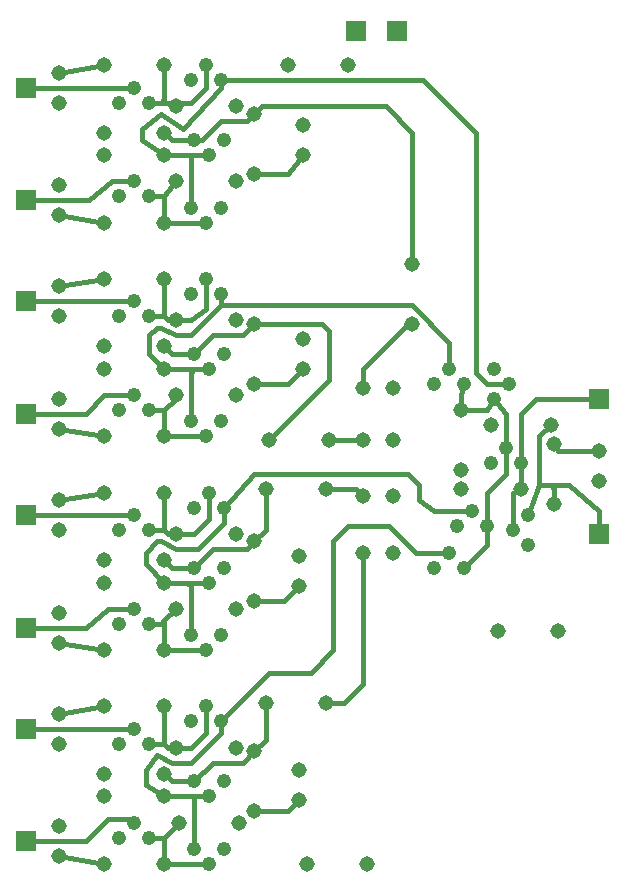
<source format=gbl>
G75*
G70*
%OFA0B0*%
%FSLAX24Y24*%
%IPPOS*%
%LPD*%
%AMOC8*
5,1,8,0,0,1.08239X$1,22.5*
%
%ADD10C,0.0476*%
%ADD11C,0.0515*%
%ADD12R,0.0709X0.0709*%
%ADD13C,0.0160*%
D10*
X004725Y005285D03*
X005225Y005785D03*
X005725Y005285D03*
X007225Y004910D03*
X007725Y004410D03*
X008225Y004910D03*
X007725Y006660D03*
X007225Y007160D03*
X008225Y007160D03*
X008100Y009160D03*
X007600Y009660D03*
X007100Y009160D03*
X005725Y008410D03*
X005225Y008910D03*
X004725Y008410D03*
X007100Y012035D03*
X007600Y011535D03*
X008100Y012035D03*
X007725Y013785D03*
X007225Y014285D03*
X008225Y014285D03*
X008225Y016285D03*
X007725Y016785D03*
X007225Y016285D03*
X005725Y015535D03*
X005225Y016035D03*
X004725Y015535D03*
X005225Y012910D03*
X004725Y012410D03*
X005725Y012410D03*
X007600Y018660D03*
X007100Y019160D03*
X007725Y020910D03*
X007225Y021410D03*
X008225Y021410D03*
X008100Y023410D03*
X007600Y023910D03*
X007100Y023410D03*
X005725Y022660D03*
X005225Y023160D03*
X004725Y022660D03*
X005225Y020035D03*
X004725Y019535D03*
X005725Y019535D03*
X008100Y019160D03*
X007600Y025785D03*
X007100Y026285D03*
X008100Y026285D03*
X007725Y028035D03*
X007225Y028535D03*
X008225Y028535D03*
X008100Y030535D03*
X007600Y031035D03*
X007100Y030535D03*
X005725Y029785D03*
X005225Y030285D03*
X004725Y029785D03*
X005225Y027160D03*
X004725Y026660D03*
X005725Y026660D03*
X015225Y020410D03*
X015725Y020910D03*
X016225Y020410D03*
X017225Y019910D03*
X017225Y020910D03*
X017725Y020410D03*
X017600Y018285D03*
X017100Y017785D03*
X018100Y017785D03*
X018350Y016035D03*
X017850Y015535D03*
X018350Y015035D03*
X016975Y015660D03*
X016475Y016160D03*
X015975Y015660D03*
X015725Y014785D03*
X015225Y014285D03*
X016225Y014285D03*
D11*
X002725Y004660D03*
X002725Y005660D03*
X004225Y006660D03*
X004225Y007410D03*
X002725Y008410D03*
X002725Y009410D03*
X004225Y009660D03*
X004225Y011535D03*
X004225Y013785D03*
X004225Y014535D03*
X004225Y016785D03*
X004225Y018660D03*
X004225Y020910D03*
X004225Y021660D03*
X004225Y023910D03*
X004225Y025785D03*
X002725Y026035D03*
X002725Y027035D03*
X004225Y028035D03*
X004225Y028785D03*
X004225Y031035D03*
X002725Y030785D03*
X002725Y029785D03*
X006225Y028785D03*
X006225Y028035D03*
X006600Y027160D03*
X006225Y025785D03*
X006225Y023910D03*
X006600Y022535D03*
X006225Y021660D03*
X006225Y020910D03*
X006600Y020035D03*
X006225Y018660D03*
X006225Y016785D03*
X006600Y015410D03*
X006225Y014535D03*
X006225Y013785D03*
X006600Y012910D03*
X006225Y011535D03*
X006225Y009660D03*
X006600Y008285D03*
X006225Y007410D03*
X006225Y006660D03*
X006725Y005785D03*
X006225Y004410D03*
X004225Y004410D03*
X008725Y005785D03*
X009225Y006160D03*
X009225Y008160D03*
X008600Y008285D03*
X009600Y009785D03*
X010725Y007535D03*
X010725Y006535D03*
X010975Y004410D03*
X012975Y004410D03*
X011600Y009785D03*
X010725Y013660D03*
X010725Y014660D03*
X011600Y016910D03*
X012850Y016660D03*
X013850Y016660D03*
X013850Y018535D03*
X012850Y018535D03*
X011725Y018535D03*
X012850Y020285D03*
X013850Y020285D03*
X014475Y022410D03*
X014475Y024410D03*
X016100Y019535D03*
X017100Y019035D03*
X016100Y017535D03*
X016100Y016910D03*
X018100Y016910D03*
X019225Y016410D03*
X019225Y018410D03*
X019100Y019035D03*
X020725Y018160D03*
X020725Y017160D03*
X019350Y012160D03*
X017350Y012160D03*
X013850Y014785D03*
X012850Y014785D03*
X009725Y018535D03*
X009600Y016910D03*
X008600Y015410D03*
X009225Y015160D03*
X009225Y013160D03*
X008600Y012910D03*
X008600Y020035D03*
X009225Y020410D03*
X009225Y022410D03*
X008600Y022535D03*
X010850Y021910D03*
X010850Y020910D03*
X008600Y027160D03*
X009225Y027410D03*
X009225Y029410D03*
X008600Y029660D03*
X010350Y031035D03*
X010850Y029035D03*
X010850Y028035D03*
X012350Y031035D03*
X006600Y029660D03*
X006225Y031035D03*
X002725Y023660D03*
X002725Y022660D03*
X002725Y019910D03*
X002725Y018910D03*
X002725Y016535D03*
X002725Y015535D03*
X002725Y012785D03*
X002725Y011785D03*
D12*
X001600Y012285D03*
X001600Y008910D03*
X001600Y005160D03*
X001600Y016035D03*
X001600Y019410D03*
X001600Y023160D03*
X001600Y026535D03*
X001600Y030285D03*
X012600Y032160D03*
X013975Y032160D03*
X020725Y019910D03*
X020725Y015410D03*
D13*
X020725Y016160D01*
X019725Y017035D01*
X019100Y017035D01*
X019225Y016910D01*
X019225Y016410D01*
X019100Y017035D02*
X018725Y017035D01*
X018725Y018660D01*
X019100Y019035D01*
X019225Y018410D02*
X019350Y018160D01*
X020725Y018160D01*
X020725Y019910D02*
X018600Y019910D01*
X018100Y019410D01*
X018100Y017785D01*
X018100Y016910D01*
X017850Y016785D01*
X017850Y015535D01*
X018350Y016035D02*
X018725Y017035D01*
X017600Y017410D02*
X016975Y016785D01*
X016975Y015660D01*
X016975Y015035D01*
X016225Y014285D01*
X015725Y014785D02*
X014600Y014785D01*
X013725Y015660D01*
X012350Y015660D01*
X011850Y015160D01*
X011850Y011535D01*
X011100Y010785D01*
X009725Y010785D01*
X008100Y009160D01*
X008100Y008785D01*
X007100Y007785D01*
X006475Y007785D01*
X005975Y008035D01*
X005600Y007535D01*
X005600Y007035D01*
X006225Y006660D01*
X007225Y006660D01*
X007225Y004910D01*
X007725Y004410D02*
X006225Y004410D01*
X006225Y005285D01*
X005725Y005285D01*
X006225Y005285D02*
X006725Y005785D01*
X007225Y006660D02*
X007725Y006660D01*
X007225Y007160D02*
X007850Y007785D01*
X008850Y007785D01*
X009225Y008160D01*
X009600Y008535D01*
X009600Y009785D01*
X007600Y009660D02*
X007600Y008785D01*
X007100Y008285D01*
X006600Y008285D01*
X006350Y008285D01*
X006225Y008410D01*
X005725Y008410D01*
X006225Y008410D02*
X006225Y009660D01*
X005225Y008910D02*
X001600Y008910D01*
X002725Y009410D02*
X004225Y009660D01*
X004225Y011535D02*
X002725Y011785D01*
X003600Y012285D02*
X004350Y012910D01*
X005225Y012910D01*
X005725Y012410D02*
X006100Y012410D01*
X006225Y012535D01*
X006600Y012910D01*
X006225Y012535D02*
X006225Y011535D01*
X007600Y011535D01*
X007100Y012035D02*
X007100Y013660D01*
X006975Y013785D01*
X007725Y013785D01*
X007225Y014285D02*
X006475Y014285D01*
X006225Y014535D01*
X006600Y014910D02*
X006100Y015160D01*
X005975Y015160D01*
X005600Y014785D01*
X005600Y014410D01*
X006225Y013785D01*
X006975Y013785D01*
X007225Y014285D02*
X007850Y014910D01*
X008975Y014910D01*
X009225Y015160D01*
X009600Y015535D01*
X009600Y016910D01*
X009225Y017410D02*
X008225Y016285D01*
X008225Y015785D01*
X007350Y014910D01*
X006600Y014910D01*
X006600Y015410D02*
X006350Y015410D01*
X006225Y015535D01*
X005725Y015535D01*
X006225Y015535D02*
X006225Y016785D01*
X006600Y015410D02*
X007225Y015410D01*
X007725Y015910D01*
X007725Y016785D01*
X007600Y018660D02*
X006225Y018660D01*
X006225Y019535D01*
X006600Y019910D01*
X006600Y020035D01*
X006225Y019535D02*
X005725Y019535D01*
X005225Y020035D02*
X004225Y020035D01*
X003600Y019410D01*
X001600Y019410D01*
X002725Y018910D02*
X004225Y018660D01*
X004225Y016785D02*
X002725Y016535D01*
X001600Y016035D02*
X005225Y016035D01*
X007100Y019160D02*
X007100Y020785D01*
X007225Y020910D01*
X007725Y020910D01*
X007225Y020910D02*
X006225Y020910D01*
X005725Y021410D01*
X005725Y022035D01*
X005975Y022285D01*
X006100Y022285D01*
X006600Y022035D01*
X007100Y022035D01*
X008100Y023035D01*
X014475Y023035D01*
X015725Y021785D01*
X015725Y020910D01*
X016225Y020410D02*
X016100Y020035D01*
X016100Y019535D01*
X016975Y019535D01*
X017225Y019910D01*
X017600Y019410D01*
X017600Y018285D01*
X017600Y017410D01*
X016475Y016160D02*
X015225Y016160D01*
X014725Y016535D01*
X014725Y017035D01*
X014350Y017410D01*
X009225Y017410D01*
X009725Y018535D02*
X011725Y020535D01*
X011725Y022160D01*
X011475Y022410D01*
X009225Y022410D01*
X008850Y022035D01*
X007850Y022035D01*
X007225Y021410D01*
X006475Y021410D01*
X006225Y021660D01*
X006350Y022535D02*
X006225Y022660D01*
X005725Y022660D01*
X006225Y022660D02*
X006225Y023910D01*
X006350Y022535D02*
X006600Y022535D01*
X007100Y022535D01*
X007600Y022910D01*
X007600Y023910D01*
X008100Y023410D02*
X008100Y023035D01*
X009225Y020410D02*
X010350Y020410D01*
X010850Y020910D01*
X011725Y018535D02*
X012850Y018535D01*
X012600Y016910D02*
X011600Y016910D01*
X012600Y016910D02*
X012850Y016660D01*
X012850Y014785D02*
X012850Y010410D01*
X012225Y009785D01*
X011600Y009785D01*
X010725Y006535D02*
X010350Y006160D01*
X009225Y006160D01*
X007225Y007160D02*
X006475Y007160D01*
X006225Y007410D01*
X005100Y005910D02*
X005225Y005785D01*
X005100Y005910D02*
X004350Y005910D01*
X003600Y005160D01*
X001600Y005160D01*
X002725Y004660D02*
X004225Y004410D01*
X003600Y012285D02*
X001600Y012285D01*
X001600Y023160D02*
X005225Y023160D01*
X004225Y023910D02*
X002725Y023660D01*
X002725Y026035D02*
X004225Y025785D01*
X003725Y026535D02*
X001600Y026535D01*
X003725Y026535D02*
X004475Y027160D01*
X005225Y027160D01*
X005725Y026660D02*
X006225Y026660D01*
X006225Y025785D01*
X007600Y025785D01*
X007100Y026285D02*
X007100Y028035D01*
X006225Y028035D01*
X005475Y028535D01*
X005475Y028910D01*
X006100Y029410D01*
X006850Y028910D01*
X008100Y030285D01*
X008100Y030535D01*
X014850Y030535D01*
X016600Y028785D01*
X016600Y020785D01*
X016975Y020410D01*
X017725Y020410D01*
X014475Y022410D02*
X014350Y022410D01*
X012850Y020910D01*
X012850Y020285D01*
X014475Y024410D02*
X014475Y028785D01*
X013600Y029660D01*
X009475Y029660D01*
X009225Y029410D01*
X008975Y029160D01*
X008100Y029160D01*
X007475Y028535D01*
X007225Y028535D01*
X006475Y028535D01*
X006225Y028785D01*
X006600Y029660D02*
X006475Y029785D01*
X006100Y029785D01*
X006225Y029910D01*
X006225Y031035D01*
X006100Y029785D02*
X005725Y029785D01*
X005225Y030285D02*
X001600Y030285D01*
X002725Y030785D02*
X004225Y031035D01*
X006600Y029660D02*
X006725Y029785D01*
X007100Y029785D01*
X007600Y030285D01*
X007600Y031035D01*
X007725Y028035D02*
X007100Y028035D01*
X006600Y027160D02*
X006225Y026660D01*
X009225Y027410D02*
X010350Y027410D01*
X010850Y028035D01*
X010725Y013660D02*
X010225Y013160D01*
X009225Y013160D01*
M02*

</source>
